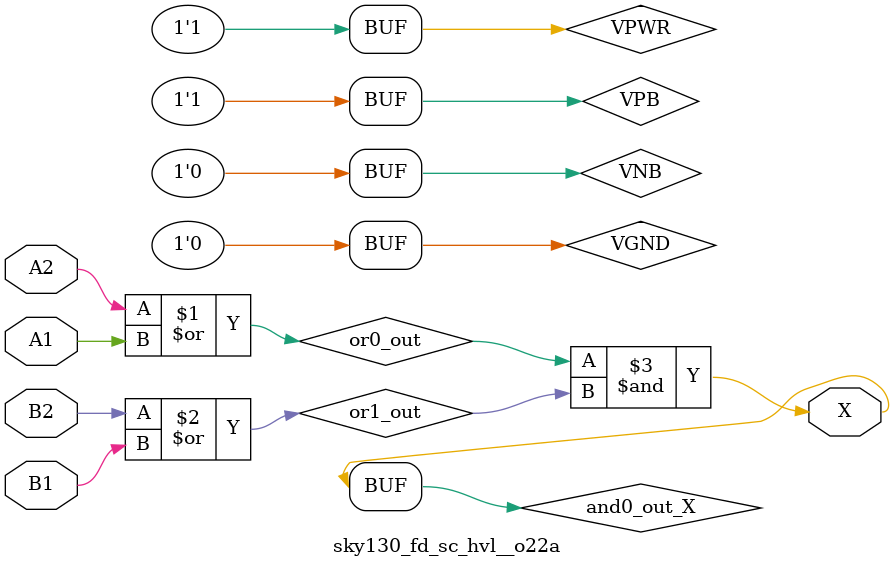
<source format=v>
/*
 * Copyright 2020 The SkyWater PDK Authors
 *
 * Licensed under the Apache License, Version 2.0 (the "License");
 * you may not use this file except in compliance with the License.
 * You may obtain a copy of the License at
 *
 *     https://www.apache.org/licenses/LICENSE-2.0
 *
 * Unless required by applicable law or agreed to in writing, software
 * distributed under the License is distributed on an "AS IS" BASIS,
 * WITHOUT WARRANTIES OR CONDITIONS OF ANY KIND, either express or implied.
 * See the License for the specific language governing permissions and
 * limitations under the License.
 *
 * SPDX-License-Identifier: Apache-2.0
*/


`ifndef SKY130_FD_SC_HVL__O22A_TIMING_V
`define SKY130_FD_SC_HVL__O22A_TIMING_V

/**
 * o22a: 2-input OR into both inputs of 2-input AND.
 *
 *       X = ((A1 | A2) & (B1 | B2))
 *
 * Verilog simulation timing model.
 */

`timescale 1ns / 1ps
`default_nettype none

`celldefine
module sky130_fd_sc_hvl__o22a (
    X ,
    A1,
    A2,
    B1,
    B2
);

    // Module ports
    output X ;
    input  A1;
    input  A2;
    input  B1;
    input  B2;

    // Module supplies
    supply1 VPWR;
    supply0 VGND;
    supply1 VPB ;
    supply0 VNB ;

    // Local signals
    wire or0_out   ;
    wire or1_out   ;
    wire and0_out_X;

    //  Name  Output      Other arguments
    or  or0  (or0_out   , A2, A1          );
    or  or1  (or1_out   , B2, B1          );
    and and0 (and0_out_X, or0_out, or1_out);
    buf buf0 (X         , and0_out_X      );

endmodule
`endcelldefine

`default_nettype wire
`endif  // SKY130_FD_SC_HVL__O22A_TIMING_V

</source>
